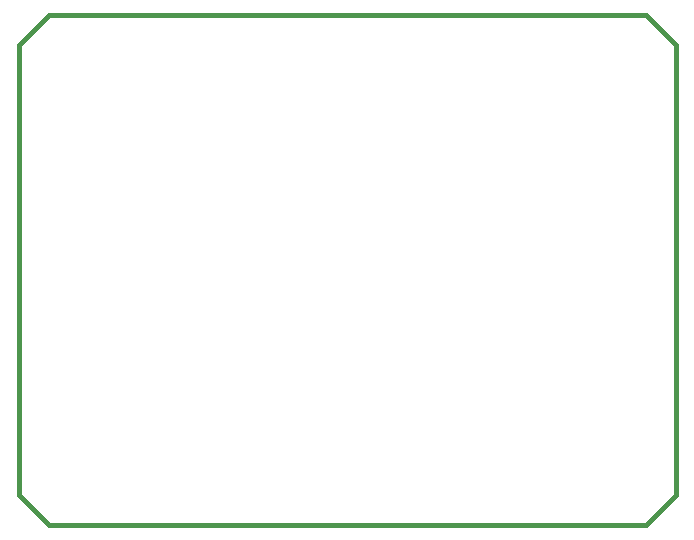
<source format=gm1>
G04*
G04 #@! TF.GenerationSoftware,Altium Limited,Altium Designer,25.6.2 (33)*
G04*
G04 Layer_Color=16711935*
%FSLAX25Y25*%
%MOIN*%
G70*
G04*
G04 #@! TF.SameCoordinates,D3077B53-F130-49B9-AE0B-FC42BD5CCE1B*
G04*
G04*
G04 #@! TF.FilePolarity,Positive*
G04*
G01*
G75*
%ADD66C,0.01500*%
D66*
X110000Y110000D02*
Y260000D01*
Y110000D02*
X120000Y100000D01*
X319000D01*
X329000Y110000D01*
Y260000D01*
X319000Y270000D02*
X329000Y260000D01*
X120000Y270000D02*
X319000D01*
X110000Y260000D02*
X120000Y270000D01*
M02*

</source>
